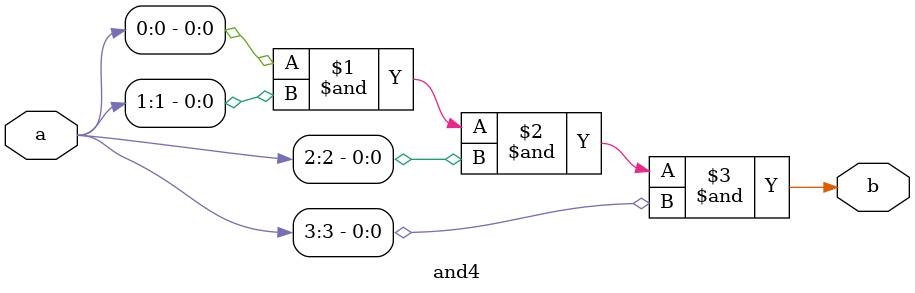
<source format=v>
module main(input wire [3:0] a, output wire b);
   and4 and4_0(a, b);
endmodule // main

module and4(input wire [3:0] a, output wire b);
   assign b = a[0] & a[1] & a[2] & a[3];
endmodule // and

</source>
